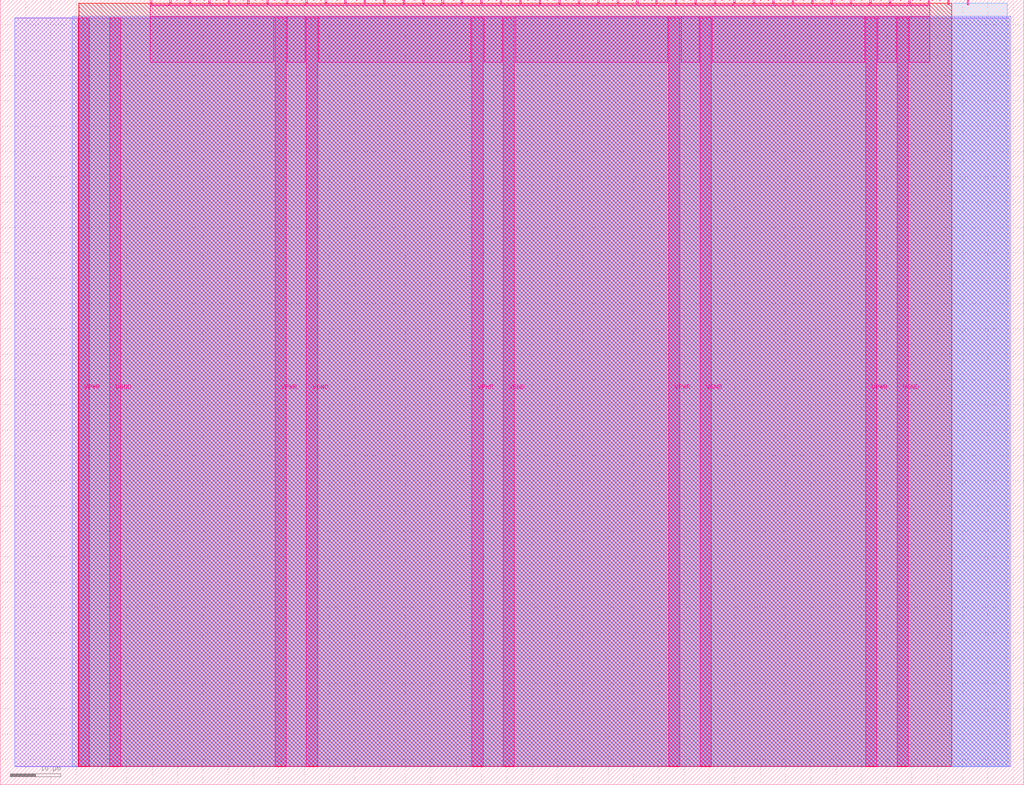
<source format=lef>
VERSION 5.7 ;
  NOWIREEXTENSIONATPIN ON ;
  DIVIDERCHAR "/" ;
  BUSBITCHARS "[]" ;
MACRO tt_um_wokwi_411379488132926465
  CLASS BLOCK ;
  FOREIGN tt_um_wokwi_411379488132926465 ;
  ORIGIN 0.000 0.000 ;
  SIZE 202.080 BY 154.980 ;
  PIN VGND
    DIRECTION INOUT ;
    USE GROUND ;
    PORT
      LAYER Metal5 ;
        RECT 21.580 3.560 23.780 151.420 ;
    END
    PORT
      LAYER Metal5 ;
        RECT 60.450 3.560 62.650 151.420 ;
    END
    PORT
      LAYER Metal5 ;
        RECT 99.320 3.560 101.520 151.420 ;
    END
    PORT
      LAYER Metal5 ;
        RECT 138.190 3.560 140.390 151.420 ;
    END
    PORT
      LAYER Metal5 ;
        RECT 177.060 3.560 179.260 151.420 ;
    END
  END VGND
  PIN VPWR
    DIRECTION INOUT ;
    USE POWER ;
    PORT
      LAYER Metal5 ;
        RECT 15.380 3.560 17.580 151.420 ;
    END
    PORT
      LAYER Metal5 ;
        RECT 54.250 3.560 56.450 151.420 ;
    END
    PORT
      LAYER Metal5 ;
        RECT 93.120 3.560 95.320 151.420 ;
    END
    PORT
      LAYER Metal5 ;
        RECT 131.990 3.560 134.190 151.420 ;
    END
    PORT
      LAYER Metal5 ;
        RECT 170.860 3.560 173.060 151.420 ;
    END
  END VPWR
  PIN clk
    DIRECTION INPUT ;
    USE SIGNAL ;
    PORT
      LAYER Metal5 ;
        RECT 187.050 153.980 187.350 154.980 ;
    END
  END clk
  PIN ena
    DIRECTION INPUT ;
    USE SIGNAL ;
    PORT
      LAYER Metal5 ;
        RECT 190.890 153.980 191.190 154.980 ;
    END
  END ena
  PIN rst_n
    DIRECTION INPUT ;
    USE SIGNAL ;
    ANTENNAGATEAREA 0.314600 ;
    PORT
      LAYER Metal5 ;
        RECT 183.210 153.980 183.510 154.980 ;
    END
  END rst_n
  PIN ui_in[0]
    DIRECTION INPUT ;
    USE SIGNAL ;
    ANTENNAGATEAREA 0.213200 ;
    PORT
      LAYER Metal5 ;
        RECT 179.370 153.980 179.670 154.980 ;
    END
  END ui_in[0]
  PIN ui_in[1]
    DIRECTION INPUT ;
    USE SIGNAL ;
    ANTENNAGATEAREA 0.213200 ;
    PORT
      LAYER Metal5 ;
        RECT 175.530 153.980 175.830 154.980 ;
    END
  END ui_in[1]
  PIN ui_in[2]
    DIRECTION INPUT ;
    USE SIGNAL ;
    ANTENNAGATEAREA 0.180700 ;
    PORT
      LAYER Metal5 ;
        RECT 171.690 153.980 171.990 154.980 ;
    END
  END ui_in[2]
  PIN ui_in[3]
    DIRECTION INPUT ;
    USE SIGNAL ;
    ANTENNAGATEAREA 0.180700 ;
    PORT
      LAYER Metal5 ;
        RECT 167.850 153.980 168.150 154.980 ;
    END
  END ui_in[3]
  PIN ui_in[4]
    DIRECTION INPUT ;
    USE SIGNAL ;
    ANTENNAGATEAREA 0.426400 ;
    PORT
      LAYER Metal5 ;
        RECT 164.010 153.980 164.310 154.980 ;
    END
  END ui_in[4]
  PIN ui_in[5]
    DIRECTION INPUT ;
    USE SIGNAL ;
    ANTENNAGATEAREA 0.213200 ;
    PORT
      LAYER Metal5 ;
        RECT 160.170 153.980 160.470 154.980 ;
    END
  END ui_in[5]
  PIN ui_in[6]
    DIRECTION INPUT ;
    USE SIGNAL ;
    ANTENNAGATEAREA 0.314600 ;
    PORT
      LAYER Metal5 ;
        RECT 156.330 153.980 156.630 154.980 ;
    END
  END ui_in[6]
  PIN ui_in[7]
    DIRECTION INPUT ;
    USE SIGNAL ;
    ANTENNAGATEAREA 0.314600 ;
    PORT
      LAYER Metal5 ;
        RECT 152.490 153.980 152.790 154.980 ;
    END
  END ui_in[7]
  PIN uio_in[0]
    DIRECTION INPUT ;
    USE SIGNAL ;
    PORT
      LAYER Metal5 ;
        RECT 148.650 153.980 148.950 154.980 ;
    END
  END uio_in[0]
  PIN uio_in[1]
    DIRECTION INPUT ;
    USE SIGNAL ;
    PORT
      LAYER Metal5 ;
        RECT 144.810 153.980 145.110 154.980 ;
    END
  END uio_in[1]
  PIN uio_in[2]
    DIRECTION INPUT ;
    USE SIGNAL ;
    PORT
      LAYER Metal5 ;
        RECT 140.970 153.980 141.270 154.980 ;
    END
  END uio_in[2]
  PIN uio_in[3]
    DIRECTION INPUT ;
    USE SIGNAL ;
    PORT
      LAYER Metal5 ;
        RECT 137.130 153.980 137.430 154.980 ;
    END
  END uio_in[3]
  PIN uio_in[4]
    DIRECTION INPUT ;
    USE SIGNAL ;
    PORT
      LAYER Metal5 ;
        RECT 133.290 153.980 133.590 154.980 ;
    END
  END uio_in[4]
  PIN uio_in[5]
    DIRECTION INPUT ;
    USE SIGNAL ;
    PORT
      LAYER Metal5 ;
        RECT 129.450 153.980 129.750 154.980 ;
    END
  END uio_in[5]
  PIN uio_in[6]
    DIRECTION INPUT ;
    USE SIGNAL ;
    PORT
      LAYER Metal5 ;
        RECT 125.610 153.980 125.910 154.980 ;
    END
  END uio_in[6]
  PIN uio_in[7]
    DIRECTION INPUT ;
    USE SIGNAL ;
    PORT
      LAYER Metal5 ;
        RECT 121.770 153.980 122.070 154.980 ;
    END
  END uio_in[7]
  PIN uio_oe[0]
    DIRECTION OUTPUT ;
    USE SIGNAL ;
    ANTENNADIFFAREA 0.299200 ;
    PORT
      LAYER Metal5 ;
        RECT 56.490 153.980 56.790 154.980 ;
    END
  END uio_oe[0]
  PIN uio_oe[1]
    DIRECTION OUTPUT ;
    USE SIGNAL ;
    ANTENNADIFFAREA 0.299200 ;
    PORT
      LAYER Metal5 ;
        RECT 52.650 153.980 52.950 154.980 ;
    END
  END uio_oe[1]
  PIN uio_oe[2]
    DIRECTION OUTPUT ;
    USE SIGNAL ;
    ANTENNADIFFAREA 0.299200 ;
    PORT
      LAYER Metal5 ;
        RECT 48.810 153.980 49.110 154.980 ;
    END
  END uio_oe[2]
  PIN uio_oe[3]
    DIRECTION OUTPUT ;
    USE SIGNAL ;
    ANTENNADIFFAREA 0.299200 ;
    PORT
      LAYER Metal5 ;
        RECT 44.970 153.980 45.270 154.980 ;
    END
  END uio_oe[3]
  PIN uio_oe[4]
    DIRECTION OUTPUT ;
    USE SIGNAL ;
    ANTENNADIFFAREA 0.299200 ;
    PORT
      LAYER Metal5 ;
        RECT 41.130 153.980 41.430 154.980 ;
    END
  END uio_oe[4]
  PIN uio_oe[5]
    DIRECTION OUTPUT ;
    USE SIGNAL ;
    ANTENNADIFFAREA 0.299200 ;
    PORT
      LAYER Metal5 ;
        RECT 37.290 153.980 37.590 154.980 ;
    END
  END uio_oe[5]
  PIN uio_oe[6]
    DIRECTION OUTPUT ;
    USE SIGNAL ;
    ANTENNADIFFAREA 0.299200 ;
    PORT
      LAYER Metal5 ;
        RECT 33.450 153.980 33.750 154.980 ;
    END
  END uio_oe[6]
  PIN uio_oe[7]
    DIRECTION OUTPUT ;
    USE SIGNAL ;
    ANTENNADIFFAREA 0.299200 ;
    PORT
      LAYER Metal5 ;
        RECT 29.610 153.980 29.910 154.980 ;
    END
  END uio_oe[7]
  PIN uio_out[0]
    DIRECTION OUTPUT ;
    USE SIGNAL ;
    ANTENNADIFFAREA 0.299200 ;
    PORT
      LAYER Metal5 ;
        RECT 87.210 153.980 87.510 154.980 ;
    END
  END uio_out[0]
  PIN uio_out[1]
    DIRECTION OUTPUT ;
    USE SIGNAL ;
    ANTENNADIFFAREA 0.299200 ;
    PORT
      LAYER Metal5 ;
        RECT 83.370 153.980 83.670 154.980 ;
    END
  END uio_out[1]
  PIN uio_out[2]
    DIRECTION OUTPUT ;
    USE SIGNAL ;
    ANTENNADIFFAREA 0.299200 ;
    PORT
      LAYER Metal5 ;
        RECT 79.530 153.980 79.830 154.980 ;
    END
  END uio_out[2]
  PIN uio_out[3]
    DIRECTION OUTPUT ;
    USE SIGNAL ;
    ANTENNADIFFAREA 0.299200 ;
    PORT
      LAYER Metal5 ;
        RECT 75.690 153.980 75.990 154.980 ;
    END
  END uio_out[3]
  PIN uio_out[4]
    DIRECTION OUTPUT ;
    USE SIGNAL ;
    ANTENNADIFFAREA 0.299200 ;
    PORT
      LAYER Metal5 ;
        RECT 71.850 153.980 72.150 154.980 ;
    END
  END uio_out[4]
  PIN uio_out[5]
    DIRECTION OUTPUT ;
    USE SIGNAL ;
    ANTENNADIFFAREA 0.299200 ;
    PORT
      LAYER Metal5 ;
        RECT 68.010 153.980 68.310 154.980 ;
    END
  END uio_out[5]
  PIN uio_out[6]
    DIRECTION OUTPUT ;
    USE SIGNAL ;
    ANTENNADIFFAREA 0.299200 ;
    PORT
      LAYER Metal5 ;
        RECT 64.170 153.980 64.470 154.980 ;
    END
  END uio_out[6]
  PIN uio_out[7]
    DIRECTION OUTPUT ;
    USE SIGNAL ;
    ANTENNADIFFAREA 0.299200 ;
    PORT
      LAYER Metal5 ;
        RECT 60.330 153.980 60.630 154.980 ;
    END
  END uio_out[7]
  PIN uo_out[0]
    DIRECTION OUTPUT ;
    USE SIGNAL ;
    ANTENNADIFFAREA 0.654800 ;
    PORT
      LAYER Metal5 ;
        RECT 117.930 153.980 118.230 154.980 ;
    END
  END uo_out[0]
  PIN uo_out[1]
    DIRECTION OUTPUT ;
    USE SIGNAL ;
    ANTENNADIFFAREA 0.654800 ;
    PORT
      LAYER Metal5 ;
        RECT 114.090 153.980 114.390 154.980 ;
    END
  END uo_out[1]
  PIN uo_out[2]
    DIRECTION OUTPUT ;
    USE SIGNAL ;
    ANTENNADIFFAREA 0.654800 ;
    PORT
      LAYER Metal5 ;
        RECT 110.250 153.980 110.550 154.980 ;
    END
  END uo_out[2]
  PIN uo_out[3]
    DIRECTION OUTPUT ;
    USE SIGNAL ;
    ANTENNADIFFAREA 0.654800 ;
    PORT
      LAYER Metal5 ;
        RECT 106.410 153.980 106.710 154.980 ;
    END
  END uo_out[3]
  PIN uo_out[4]
    DIRECTION OUTPUT ;
    USE SIGNAL ;
    ANTENNADIFFAREA 0.654800 ;
    PORT
      LAYER Metal5 ;
        RECT 102.570 153.980 102.870 154.980 ;
    END
  END uo_out[4]
  PIN uo_out[5]
    DIRECTION OUTPUT ;
    USE SIGNAL ;
    ANTENNADIFFAREA 0.654800 ;
    PORT
      LAYER Metal5 ;
        RECT 98.730 153.980 99.030 154.980 ;
    END
  END uo_out[5]
  PIN uo_out[6]
    DIRECTION OUTPUT ;
    USE SIGNAL ;
    ANTENNADIFFAREA 0.654800 ;
    PORT
      LAYER Metal5 ;
        RECT 94.890 153.980 95.190 154.980 ;
    END
  END uo_out[6]
  PIN uo_out[7]
    DIRECTION OUTPUT ;
    USE SIGNAL ;
    ANTENNADIFFAREA 0.299200 ;
    PORT
      LAYER Metal5 ;
        RECT 91.050 153.980 91.350 154.980 ;
    END
  END uo_out[7]
  OBS
      LAYER GatPoly ;
        RECT 2.880 3.630 199.200 151.350 ;
      LAYER Metal1 ;
        RECT 2.880 3.560 199.200 151.420 ;
      LAYER Metal2 ;
        RECT 14.255 3.680 199.475 151.720 ;
      LAYER Metal3 ;
        RECT 15.560 3.635 198.820 154.285 ;
      LAYER Metal4 ;
        RECT 15.515 3.680 187.825 154.240 ;
      LAYER Metal5 ;
        RECT 30.120 153.770 33.240 153.980 ;
        RECT 33.960 153.770 37.080 153.980 ;
        RECT 37.800 153.770 40.920 153.980 ;
        RECT 41.640 153.770 44.760 153.980 ;
        RECT 45.480 153.770 48.600 153.980 ;
        RECT 49.320 153.770 52.440 153.980 ;
        RECT 53.160 153.770 56.280 153.980 ;
        RECT 57.000 153.770 60.120 153.980 ;
        RECT 60.840 153.770 63.960 153.980 ;
        RECT 64.680 153.770 67.800 153.980 ;
        RECT 68.520 153.770 71.640 153.980 ;
        RECT 72.360 153.770 75.480 153.980 ;
        RECT 76.200 153.770 79.320 153.980 ;
        RECT 80.040 153.770 83.160 153.980 ;
        RECT 83.880 153.770 87.000 153.980 ;
        RECT 87.720 153.770 90.840 153.980 ;
        RECT 91.560 153.770 94.680 153.980 ;
        RECT 95.400 153.770 98.520 153.980 ;
        RECT 99.240 153.770 102.360 153.980 ;
        RECT 103.080 153.770 106.200 153.980 ;
        RECT 106.920 153.770 110.040 153.980 ;
        RECT 110.760 153.770 113.880 153.980 ;
        RECT 114.600 153.770 117.720 153.980 ;
        RECT 118.440 153.770 121.560 153.980 ;
        RECT 122.280 153.770 125.400 153.980 ;
        RECT 126.120 153.770 129.240 153.980 ;
        RECT 129.960 153.770 133.080 153.980 ;
        RECT 133.800 153.770 136.920 153.980 ;
        RECT 137.640 153.770 140.760 153.980 ;
        RECT 141.480 153.770 144.600 153.980 ;
        RECT 145.320 153.770 148.440 153.980 ;
        RECT 149.160 153.770 152.280 153.980 ;
        RECT 153.000 153.770 156.120 153.980 ;
        RECT 156.840 153.770 159.960 153.980 ;
        RECT 160.680 153.770 163.800 153.980 ;
        RECT 164.520 153.770 167.640 153.980 ;
        RECT 168.360 153.770 171.480 153.980 ;
        RECT 172.200 153.770 175.320 153.980 ;
        RECT 176.040 153.770 179.160 153.980 ;
        RECT 179.880 153.770 183.000 153.980 ;
        RECT 29.660 151.630 183.460 153.770 ;
        RECT 29.660 142.655 54.040 151.630 ;
        RECT 56.660 142.655 60.240 151.630 ;
        RECT 62.860 142.655 92.910 151.630 ;
        RECT 95.530 142.655 99.110 151.630 ;
        RECT 101.730 142.655 131.780 151.630 ;
        RECT 134.400 142.655 137.980 151.630 ;
        RECT 140.600 142.655 170.650 151.630 ;
        RECT 173.270 142.655 176.850 151.630 ;
        RECT 179.470 142.655 183.460 151.630 ;
  END
END tt_um_wokwi_411379488132926465
END LIBRARY


</source>
